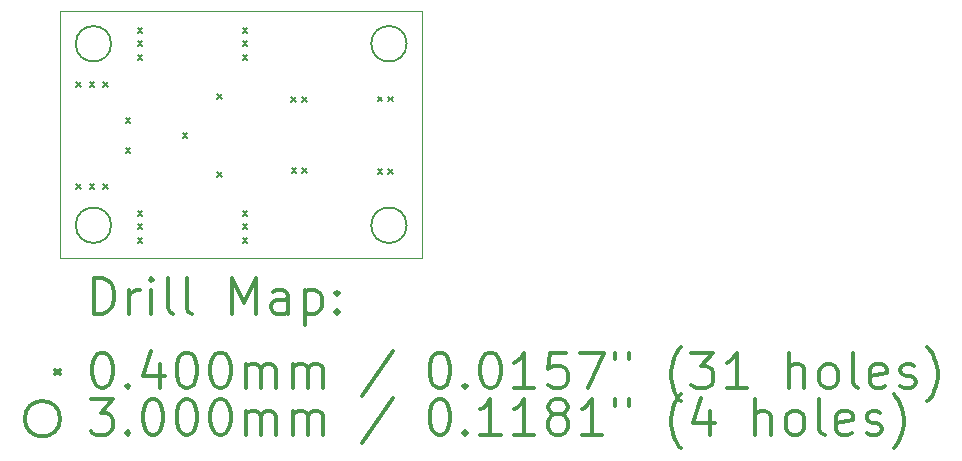
<source format=gbr>
%FSLAX45Y45*%
G04 Gerber Fmt 4.5, Leading zero omitted, Abs format (unit mm)*
G04 Created by KiCad (PCBNEW 5.1.10-88a1d61d58~88~ubuntu18.04.1) date 2021-09-27 18:21:13*
%MOMM*%
%LPD*%
G01*
G04 APERTURE LIST*
%TA.AperFunction,Profile*%
%ADD10C,0.050000*%
%TD*%
%ADD11C,0.200000*%
%ADD12C,0.300000*%
G04 APERTURE END LIST*
D10*
X10388600Y-4838700D02*
X7327900Y-4838700D01*
X10388600Y-6934200D02*
X10388600Y-4838700D01*
X7327900Y-6934200D02*
X10388600Y-6934200D01*
X7327900Y-4838700D02*
X7327900Y-6934200D01*
D11*
X7460300Y-5441000D02*
X7500300Y-5481000D01*
X7500300Y-5441000D02*
X7460300Y-5481000D01*
X7460300Y-6304600D02*
X7500300Y-6344600D01*
X7500300Y-6304600D02*
X7460300Y-6344600D01*
X7574600Y-5441000D02*
X7614600Y-5481000D01*
X7614600Y-5441000D02*
X7574600Y-5481000D01*
X7574600Y-6304600D02*
X7614600Y-6344600D01*
X7614600Y-6304600D02*
X7574600Y-6344600D01*
X7688900Y-5441000D02*
X7728900Y-5481000D01*
X7728900Y-5441000D02*
X7688900Y-5481000D01*
X7688900Y-6304600D02*
X7728900Y-6344600D01*
X7728900Y-6304600D02*
X7688900Y-6344600D01*
X7879400Y-5745800D02*
X7919400Y-5785800D01*
X7919400Y-5745800D02*
X7879400Y-5785800D01*
X7879400Y-5999800D02*
X7919400Y-6039800D01*
X7919400Y-5999800D02*
X7879400Y-6039800D01*
X7981000Y-4983800D02*
X8021000Y-5023800D01*
X8021000Y-4983800D02*
X7981000Y-5023800D01*
X7981000Y-5098100D02*
X8021000Y-5138100D01*
X8021000Y-5098100D02*
X7981000Y-5138100D01*
X7981000Y-5212400D02*
X8021000Y-5252400D01*
X8021000Y-5212400D02*
X7981000Y-5252400D01*
X7981000Y-6533200D02*
X8021000Y-6573200D01*
X8021000Y-6533200D02*
X7981000Y-6573200D01*
X7981000Y-6647500D02*
X8021000Y-6687500D01*
X8021000Y-6647500D02*
X7981000Y-6687500D01*
X7981000Y-6761800D02*
X8021000Y-6801800D01*
X8021000Y-6761800D02*
X7981000Y-6801800D01*
X8362000Y-5872800D02*
X8402000Y-5912800D01*
X8402000Y-5872800D02*
X8362000Y-5912800D01*
X8654100Y-5542600D02*
X8694100Y-5582600D01*
X8694100Y-5542600D02*
X8654100Y-5582600D01*
X8654100Y-6203000D02*
X8694100Y-6243000D01*
X8694100Y-6203000D02*
X8654100Y-6243000D01*
X8870000Y-4983800D02*
X8910000Y-5023800D01*
X8910000Y-4983800D02*
X8870000Y-5023800D01*
X8870000Y-5098100D02*
X8910000Y-5138100D01*
X8910000Y-5098100D02*
X8870000Y-5138100D01*
X8870000Y-5212400D02*
X8910000Y-5252400D01*
X8910000Y-5212400D02*
X8870000Y-5252400D01*
X8870000Y-6533200D02*
X8910000Y-6573200D01*
X8910000Y-6533200D02*
X8870000Y-6573200D01*
X8870000Y-6647500D02*
X8910000Y-6687500D01*
X8910000Y-6647500D02*
X8870000Y-6687500D01*
X8870000Y-6761800D02*
X8910000Y-6801800D01*
X8910000Y-6761800D02*
X8870000Y-6801800D01*
X9282750Y-5571810D02*
X9322750Y-5611810D01*
X9322750Y-5571810D02*
X9282750Y-5611810D01*
X9285290Y-6173790D02*
X9325290Y-6213790D01*
X9325290Y-6173790D02*
X9285290Y-6213790D01*
X9371650Y-5571810D02*
X9411650Y-5611810D01*
X9411650Y-5571810D02*
X9371650Y-5611810D01*
X9374190Y-6173790D02*
X9414190Y-6213790D01*
X9414190Y-6173790D02*
X9374190Y-6213790D01*
X10013000Y-5565460D02*
X10053000Y-5605460D01*
X10053000Y-5565460D02*
X10013000Y-5605460D01*
X10013000Y-6180140D02*
X10053000Y-6220140D01*
X10053000Y-6180140D02*
X10013000Y-6220140D01*
X10101900Y-5565460D02*
X10141900Y-5605460D01*
X10141900Y-5565460D02*
X10101900Y-5605460D01*
X10101900Y-6180140D02*
X10141900Y-6220140D01*
X10141900Y-6180140D02*
X10101900Y-6220140D01*
X7757300Y-5118100D02*
G75*
G03*
X7757300Y-5118100I-150000J0D01*
G01*
X7757300Y-6654800D02*
G75*
G03*
X7757300Y-6654800I-150000J0D01*
G01*
X10259200Y-5118100D02*
G75*
G03*
X10259200Y-5118100I-150000J0D01*
G01*
X10259200Y-6654800D02*
G75*
G03*
X10259200Y-6654800I-150000J0D01*
G01*
D12*
X7611828Y-7402414D02*
X7611828Y-7102414D01*
X7683257Y-7102414D01*
X7726114Y-7116700D01*
X7754686Y-7145271D01*
X7768971Y-7173843D01*
X7783257Y-7230986D01*
X7783257Y-7273843D01*
X7768971Y-7330986D01*
X7754686Y-7359557D01*
X7726114Y-7388129D01*
X7683257Y-7402414D01*
X7611828Y-7402414D01*
X7911828Y-7402414D02*
X7911828Y-7202414D01*
X7911828Y-7259557D02*
X7926114Y-7230986D01*
X7940400Y-7216700D01*
X7968971Y-7202414D01*
X7997543Y-7202414D01*
X8097543Y-7402414D02*
X8097543Y-7202414D01*
X8097543Y-7102414D02*
X8083257Y-7116700D01*
X8097543Y-7130986D01*
X8111828Y-7116700D01*
X8097543Y-7102414D01*
X8097543Y-7130986D01*
X8283257Y-7402414D02*
X8254686Y-7388129D01*
X8240400Y-7359557D01*
X8240400Y-7102414D01*
X8440400Y-7402414D02*
X8411828Y-7388129D01*
X8397543Y-7359557D01*
X8397543Y-7102414D01*
X8783257Y-7402414D02*
X8783257Y-7102414D01*
X8883257Y-7316700D01*
X8983257Y-7102414D01*
X8983257Y-7402414D01*
X9254686Y-7402414D02*
X9254686Y-7245271D01*
X9240400Y-7216700D01*
X9211828Y-7202414D01*
X9154686Y-7202414D01*
X9126114Y-7216700D01*
X9254686Y-7388129D02*
X9226114Y-7402414D01*
X9154686Y-7402414D01*
X9126114Y-7388129D01*
X9111828Y-7359557D01*
X9111828Y-7330986D01*
X9126114Y-7302414D01*
X9154686Y-7288129D01*
X9226114Y-7288129D01*
X9254686Y-7273843D01*
X9397543Y-7202414D02*
X9397543Y-7502414D01*
X9397543Y-7216700D02*
X9426114Y-7202414D01*
X9483257Y-7202414D01*
X9511828Y-7216700D01*
X9526114Y-7230986D01*
X9540400Y-7259557D01*
X9540400Y-7345271D01*
X9526114Y-7373843D01*
X9511828Y-7388129D01*
X9483257Y-7402414D01*
X9426114Y-7402414D01*
X9397543Y-7388129D01*
X9668971Y-7373843D02*
X9683257Y-7388129D01*
X9668971Y-7402414D01*
X9654686Y-7388129D01*
X9668971Y-7373843D01*
X9668971Y-7402414D01*
X9668971Y-7216700D02*
X9683257Y-7230986D01*
X9668971Y-7245271D01*
X9654686Y-7230986D01*
X9668971Y-7216700D01*
X9668971Y-7245271D01*
X7285400Y-7876700D02*
X7325400Y-7916700D01*
X7325400Y-7876700D02*
X7285400Y-7916700D01*
X7668971Y-7732414D02*
X7697543Y-7732414D01*
X7726114Y-7746700D01*
X7740400Y-7760986D01*
X7754686Y-7789557D01*
X7768971Y-7846700D01*
X7768971Y-7918129D01*
X7754686Y-7975271D01*
X7740400Y-8003843D01*
X7726114Y-8018129D01*
X7697543Y-8032414D01*
X7668971Y-8032414D01*
X7640400Y-8018129D01*
X7626114Y-8003843D01*
X7611828Y-7975271D01*
X7597543Y-7918129D01*
X7597543Y-7846700D01*
X7611828Y-7789557D01*
X7626114Y-7760986D01*
X7640400Y-7746700D01*
X7668971Y-7732414D01*
X7897543Y-8003843D02*
X7911828Y-8018129D01*
X7897543Y-8032414D01*
X7883257Y-8018129D01*
X7897543Y-8003843D01*
X7897543Y-8032414D01*
X8168971Y-7832414D02*
X8168971Y-8032414D01*
X8097543Y-7718129D02*
X8026114Y-7932414D01*
X8211828Y-7932414D01*
X8383257Y-7732414D02*
X8411828Y-7732414D01*
X8440400Y-7746700D01*
X8454686Y-7760986D01*
X8468971Y-7789557D01*
X8483257Y-7846700D01*
X8483257Y-7918129D01*
X8468971Y-7975271D01*
X8454686Y-8003843D01*
X8440400Y-8018129D01*
X8411828Y-8032414D01*
X8383257Y-8032414D01*
X8354686Y-8018129D01*
X8340400Y-8003843D01*
X8326114Y-7975271D01*
X8311828Y-7918129D01*
X8311828Y-7846700D01*
X8326114Y-7789557D01*
X8340400Y-7760986D01*
X8354686Y-7746700D01*
X8383257Y-7732414D01*
X8668971Y-7732414D02*
X8697543Y-7732414D01*
X8726114Y-7746700D01*
X8740400Y-7760986D01*
X8754686Y-7789557D01*
X8768971Y-7846700D01*
X8768971Y-7918129D01*
X8754686Y-7975271D01*
X8740400Y-8003843D01*
X8726114Y-8018129D01*
X8697543Y-8032414D01*
X8668971Y-8032414D01*
X8640400Y-8018129D01*
X8626114Y-8003843D01*
X8611828Y-7975271D01*
X8597543Y-7918129D01*
X8597543Y-7846700D01*
X8611828Y-7789557D01*
X8626114Y-7760986D01*
X8640400Y-7746700D01*
X8668971Y-7732414D01*
X8897543Y-8032414D02*
X8897543Y-7832414D01*
X8897543Y-7860986D02*
X8911828Y-7846700D01*
X8940400Y-7832414D01*
X8983257Y-7832414D01*
X9011828Y-7846700D01*
X9026114Y-7875271D01*
X9026114Y-8032414D01*
X9026114Y-7875271D02*
X9040400Y-7846700D01*
X9068971Y-7832414D01*
X9111828Y-7832414D01*
X9140400Y-7846700D01*
X9154686Y-7875271D01*
X9154686Y-8032414D01*
X9297543Y-8032414D02*
X9297543Y-7832414D01*
X9297543Y-7860986D02*
X9311828Y-7846700D01*
X9340400Y-7832414D01*
X9383257Y-7832414D01*
X9411828Y-7846700D01*
X9426114Y-7875271D01*
X9426114Y-8032414D01*
X9426114Y-7875271D02*
X9440400Y-7846700D01*
X9468971Y-7832414D01*
X9511828Y-7832414D01*
X9540400Y-7846700D01*
X9554686Y-7875271D01*
X9554686Y-8032414D01*
X10140400Y-7718129D02*
X9883257Y-8103843D01*
X10526114Y-7732414D02*
X10554686Y-7732414D01*
X10583257Y-7746700D01*
X10597543Y-7760986D01*
X10611828Y-7789557D01*
X10626114Y-7846700D01*
X10626114Y-7918129D01*
X10611828Y-7975271D01*
X10597543Y-8003843D01*
X10583257Y-8018129D01*
X10554686Y-8032414D01*
X10526114Y-8032414D01*
X10497543Y-8018129D01*
X10483257Y-8003843D01*
X10468971Y-7975271D01*
X10454686Y-7918129D01*
X10454686Y-7846700D01*
X10468971Y-7789557D01*
X10483257Y-7760986D01*
X10497543Y-7746700D01*
X10526114Y-7732414D01*
X10754686Y-8003843D02*
X10768971Y-8018129D01*
X10754686Y-8032414D01*
X10740400Y-8018129D01*
X10754686Y-8003843D01*
X10754686Y-8032414D01*
X10954686Y-7732414D02*
X10983257Y-7732414D01*
X11011828Y-7746700D01*
X11026114Y-7760986D01*
X11040400Y-7789557D01*
X11054686Y-7846700D01*
X11054686Y-7918129D01*
X11040400Y-7975271D01*
X11026114Y-8003843D01*
X11011828Y-8018129D01*
X10983257Y-8032414D01*
X10954686Y-8032414D01*
X10926114Y-8018129D01*
X10911828Y-8003843D01*
X10897543Y-7975271D01*
X10883257Y-7918129D01*
X10883257Y-7846700D01*
X10897543Y-7789557D01*
X10911828Y-7760986D01*
X10926114Y-7746700D01*
X10954686Y-7732414D01*
X11340400Y-8032414D02*
X11168971Y-8032414D01*
X11254686Y-8032414D02*
X11254686Y-7732414D01*
X11226114Y-7775271D01*
X11197543Y-7803843D01*
X11168971Y-7818129D01*
X11611828Y-7732414D02*
X11468971Y-7732414D01*
X11454686Y-7875271D01*
X11468971Y-7860986D01*
X11497543Y-7846700D01*
X11568971Y-7846700D01*
X11597543Y-7860986D01*
X11611828Y-7875271D01*
X11626114Y-7903843D01*
X11626114Y-7975271D01*
X11611828Y-8003843D01*
X11597543Y-8018129D01*
X11568971Y-8032414D01*
X11497543Y-8032414D01*
X11468971Y-8018129D01*
X11454686Y-8003843D01*
X11726114Y-7732414D02*
X11926114Y-7732414D01*
X11797543Y-8032414D01*
X12026114Y-7732414D02*
X12026114Y-7789557D01*
X12140400Y-7732414D02*
X12140400Y-7789557D01*
X12583257Y-8146700D02*
X12568971Y-8132414D01*
X12540400Y-8089557D01*
X12526114Y-8060986D01*
X12511828Y-8018129D01*
X12497543Y-7946700D01*
X12497543Y-7889557D01*
X12511828Y-7818129D01*
X12526114Y-7775271D01*
X12540400Y-7746700D01*
X12568971Y-7703843D01*
X12583257Y-7689557D01*
X12668971Y-7732414D02*
X12854686Y-7732414D01*
X12754686Y-7846700D01*
X12797543Y-7846700D01*
X12826114Y-7860986D01*
X12840400Y-7875271D01*
X12854686Y-7903843D01*
X12854686Y-7975271D01*
X12840400Y-8003843D01*
X12826114Y-8018129D01*
X12797543Y-8032414D01*
X12711828Y-8032414D01*
X12683257Y-8018129D01*
X12668971Y-8003843D01*
X13140400Y-8032414D02*
X12968971Y-8032414D01*
X13054686Y-8032414D02*
X13054686Y-7732414D01*
X13026114Y-7775271D01*
X12997543Y-7803843D01*
X12968971Y-7818129D01*
X13497543Y-8032414D02*
X13497543Y-7732414D01*
X13626114Y-8032414D02*
X13626114Y-7875271D01*
X13611828Y-7846700D01*
X13583257Y-7832414D01*
X13540400Y-7832414D01*
X13511828Y-7846700D01*
X13497543Y-7860986D01*
X13811828Y-8032414D02*
X13783257Y-8018129D01*
X13768971Y-8003843D01*
X13754686Y-7975271D01*
X13754686Y-7889557D01*
X13768971Y-7860986D01*
X13783257Y-7846700D01*
X13811828Y-7832414D01*
X13854686Y-7832414D01*
X13883257Y-7846700D01*
X13897543Y-7860986D01*
X13911828Y-7889557D01*
X13911828Y-7975271D01*
X13897543Y-8003843D01*
X13883257Y-8018129D01*
X13854686Y-8032414D01*
X13811828Y-8032414D01*
X14083257Y-8032414D02*
X14054686Y-8018129D01*
X14040400Y-7989557D01*
X14040400Y-7732414D01*
X14311828Y-8018129D02*
X14283257Y-8032414D01*
X14226114Y-8032414D01*
X14197543Y-8018129D01*
X14183257Y-7989557D01*
X14183257Y-7875271D01*
X14197543Y-7846700D01*
X14226114Y-7832414D01*
X14283257Y-7832414D01*
X14311828Y-7846700D01*
X14326114Y-7875271D01*
X14326114Y-7903843D01*
X14183257Y-7932414D01*
X14440400Y-8018129D02*
X14468971Y-8032414D01*
X14526114Y-8032414D01*
X14554686Y-8018129D01*
X14568971Y-7989557D01*
X14568971Y-7975271D01*
X14554686Y-7946700D01*
X14526114Y-7932414D01*
X14483257Y-7932414D01*
X14454686Y-7918129D01*
X14440400Y-7889557D01*
X14440400Y-7875271D01*
X14454686Y-7846700D01*
X14483257Y-7832414D01*
X14526114Y-7832414D01*
X14554686Y-7846700D01*
X14668971Y-8146700D02*
X14683257Y-8132414D01*
X14711828Y-8089557D01*
X14726114Y-8060986D01*
X14740400Y-8018129D01*
X14754686Y-7946700D01*
X14754686Y-7889557D01*
X14740400Y-7818129D01*
X14726114Y-7775271D01*
X14711828Y-7746700D01*
X14683257Y-7703843D01*
X14668971Y-7689557D01*
X7325400Y-8292700D02*
G75*
G03*
X7325400Y-8292700I-150000J0D01*
G01*
X7583257Y-8128414D02*
X7768971Y-8128414D01*
X7668971Y-8242700D01*
X7711828Y-8242700D01*
X7740400Y-8256986D01*
X7754686Y-8271271D01*
X7768971Y-8299843D01*
X7768971Y-8371271D01*
X7754686Y-8399843D01*
X7740400Y-8414129D01*
X7711828Y-8428414D01*
X7626114Y-8428414D01*
X7597543Y-8414129D01*
X7583257Y-8399843D01*
X7897543Y-8399843D02*
X7911828Y-8414129D01*
X7897543Y-8428414D01*
X7883257Y-8414129D01*
X7897543Y-8399843D01*
X7897543Y-8428414D01*
X8097543Y-8128414D02*
X8126114Y-8128414D01*
X8154686Y-8142700D01*
X8168971Y-8156986D01*
X8183257Y-8185557D01*
X8197543Y-8242700D01*
X8197543Y-8314129D01*
X8183257Y-8371271D01*
X8168971Y-8399843D01*
X8154686Y-8414129D01*
X8126114Y-8428414D01*
X8097543Y-8428414D01*
X8068971Y-8414129D01*
X8054686Y-8399843D01*
X8040400Y-8371271D01*
X8026114Y-8314129D01*
X8026114Y-8242700D01*
X8040400Y-8185557D01*
X8054686Y-8156986D01*
X8068971Y-8142700D01*
X8097543Y-8128414D01*
X8383257Y-8128414D02*
X8411828Y-8128414D01*
X8440400Y-8142700D01*
X8454686Y-8156986D01*
X8468971Y-8185557D01*
X8483257Y-8242700D01*
X8483257Y-8314129D01*
X8468971Y-8371271D01*
X8454686Y-8399843D01*
X8440400Y-8414129D01*
X8411828Y-8428414D01*
X8383257Y-8428414D01*
X8354686Y-8414129D01*
X8340400Y-8399843D01*
X8326114Y-8371271D01*
X8311828Y-8314129D01*
X8311828Y-8242700D01*
X8326114Y-8185557D01*
X8340400Y-8156986D01*
X8354686Y-8142700D01*
X8383257Y-8128414D01*
X8668971Y-8128414D02*
X8697543Y-8128414D01*
X8726114Y-8142700D01*
X8740400Y-8156986D01*
X8754686Y-8185557D01*
X8768971Y-8242700D01*
X8768971Y-8314129D01*
X8754686Y-8371271D01*
X8740400Y-8399843D01*
X8726114Y-8414129D01*
X8697543Y-8428414D01*
X8668971Y-8428414D01*
X8640400Y-8414129D01*
X8626114Y-8399843D01*
X8611828Y-8371271D01*
X8597543Y-8314129D01*
X8597543Y-8242700D01*
X8611828Y-8185557D01*
X8626114Y-8156986D01*
X8640400Y-8142700D01*
X8668971Y-8128414D01*
X8897543Y-8428414D02*
X8897543Y-8228414D01*
X8897543Y-8256986D02*
X8911828Y-8242700D01*
X8940400Y-8228414D01*
X8983257Y-8228414D01*
X9011828Y-8242700D01*
X9026114Y-8271271D01*
X9026114Y-8428414D01*
X9026114Y-8271271D02*
X9040400Y-8242700D01*
X9068971Y-8228414D01*
X9111828Y-8228414D01*
X9140400Y-8242700D01*
X9154686Y-8271271D01*
X9154686Y-8428414D01*
X9297543Y-8428414D02*
X9297543Y-8228414D01*
X9297543Y-8256986D02*
X9311828Y-8242700D01*
X9340400Y-8228414D01*
X9383257Y-8228414D01*
X9411828Y-8242700D01*
X9426114Y-8271271D01*
X9426114Y-8428414D01*
X9426114Y-8271271D02*
X9440400Y-8242700D01*
X9468971Y-8228414D01*
X9511828Y-8228414D01*
X9540400Y-8242700D01*
X9554686Y-8271271D01*
X9554686Y-8428414D01*
X10140400Y-8114129D02*
X9883257Y-8499843D01*
X10526114Y-8128414D02*
X10554686Y-8128414D01*
X10583257Y-8142700D01*
X10597543Y-8156986D01*
X10611828Y-8185557D01*
X10626114Y-8242700D01*
X10626114Y-8314129D01*
X10611828Y-8371271D01*
X10597543Y-8399843D01*
X10583257Y-8414129D01*
X10554686Y-8428414D01*
X10526114Y-8428414D01*
X10497543Y-8414129D01*
X10483257Y-8399843D01*
X10468971Y-8371271D01*
X10454686Y-8314129D01*
X10454686Y-8242700D01*
X10468971Y-8185557D01*
X10483257Y-8156986D01*
X10497543Y-8142700D01*
X10526114Y-8128414D01*
X10754686Y-8399843D02*
X10768971Y-8414129D01*
X10754686Y-8428414D01*
X10740400Y-8414129D01*
X10754686Y-8399843D01*
X10754686Y-8428414D01*
X11054686Y-8428414D02*
X10883257Y-8428414D01*
X10968971Y-8428414D02*
X10968971Y-8128414D01*
X10940400Y-8171271D01*
X10911828Y-8199843D01*
X10883257Y-8214129D01*
X11340400Y-8428414D02*
X11168971Y-8428414D01*
X11254686Y-8428414D02*
X11254686Y-8128414D01*
X11226114Y-8171271D01*
X11197543Y-8199843D01*
X11168971Y-8214129D01*
X11511828Y-8256986D02*
X11483257Y-8242700D01*
X11468971Y-8228414D01*
X11454686Y-8199843D01*
X11454686Y-8185557D01*
X11468971Y-8156986D01*
X11483257Y-8142700D01*
X11511828Y-8128414D01*
X11568971Y-8128414D01*
X11597543Y-8142700D01*
X11611828Y-8156986D01*
X11626114Y-8185557D01*
X11626114Y-8199843D01*
X11611828Y-8228414D01*
X11597543Y-8242700D01*
X11568971Y-8256986D01*
X11511828Y-8256986D01*
X11483257Y-8271271D01*
X11468971Y-8285557D01*
X11454686Y-8314129D01*
X11454686Y-8371271D01*
X11468971Y-8399843D01*
X11483257Y-8414129D01*
X11511828Y-8428414D01*
X11568971Y-8428414D01*
X11597543Y-8414129D01*
X11611828Y-8399843D01*
X11626114Y-8371271D01*
X11626114Y-8314129D01*
X11611828Y-8285557D01*
X11597543Y-8271271D01*
X11568971Y-8256986D01*
X11911828Y-8428414D02*
X11740400Y-8428414D01*
X11826114Y-8428414D02*
X11826114Y-8128414D01*
X11797543Y-8171271D01*
X11768971Y-8199843D01*
X11740400Y-8214129D01*
X12026114Y-8128414D02*
X12026114Y-8185557D01*
X12140400Y-8128414D02*
X12140400Y-8185557D01*
X12583257Y-8542700D02*
X12568971Y-8528414D01*
X12540400Y-8485557D01*
X12526114Y-8456986D01*
X12511828Y-8414129D01*
X12497543Y-8342700D01*
X12497543Y-8285557D01*
X12511828Y-8214129D01*
X12526114Y-8171271D01*
X12540400Y-8142700D01*
X12568971Y-8099843D01*
X12583257Y-8085557D01*
X12826114Y-8228414D02*
X12826114Y-8428414D01*
X12754686Y-8114129D02*
X12683257Y-8328414D01*
X12868971Y-8328414D01*
X13211828Y-8428414D02*
X13211828Y-8128414D01*
X13340400Y-8428414D02*
X13340400Y-8271271D01*
X13326114Y-8242700D01*
X13297543Y-8228414D01*
X13254686Y-8228414D01*
X13226114Y-8242700D01*
X13211828Y-8256986D01*
X13526114Y-8428414D02*
X13497543Y-8414129D01*
X13483257Y-8399843D01*
X13468971Y-8371271D01*
X13468971Y-8285557D01*
X13483257Y-8256986D01*
X13497543Y-8242700D01*
X13526114Y-8228414D01*
X13568971Y-8228414D01*
X13597543Y-8242700D01*
X13611828Y-8256986D01*
X13626114Y-8285557D01*
X13626114Y-8371271D01*
X13611828Y-8399843D01*
X13597543Y-8414129D01*
X13568971Y-8428414D01*
X13526114Y-8428414D01*
X13797543Y-8428414D02*
X13768971Y-8414129D01*
X13754686Y-8385557D01*
X13754686Y-8128414D01*
X14026114Y-8414129D02*
X13997543Y-8428414D01*
X13940400Y-8428414D01*
X13911828Y-8414129D01*
X13897543Y-8385557D01*
X13897543Y-8271271D01*
X13911828Y-8242700D01*
X13940400Y-8228414D01*
X13997543Y-8228414D01*
X14026114Y-8242700D01*
X14040400Y-8271271D01*
X14040400Y-8299843D01*
X13897543Y-8328414D01*
X14154686Y-8414129D02*
X14183257Y-8428414D01*
X14240400Y-8428414D01*
X14268971Y-8414129D01*
X14283257Y-8385557D01*
X14283257Y-8371271D01*
X14268971Y-8342700D01*
X14240400Y-8328414D01*
X14197543Y-8328414D01*
X14168971Y-8314129D01*
X14154686Y-8285557D01*
X14154686Y-8271271D01*
X14168971Y-8242700D01*
X14197543Y-8228414D01*
X14240400Y-8228414D01*
X14268971Y-8242700D01*
X14383257Y-8542700D02*
X14397543Y-8528414D01*
X14426114Y-8485557D01*
X14440400Y-8456986D01*
X14454686Y-8414129D01*
X14468971Y-8342700D01*
X14468971Y-8285557D01*
X14454686Y-8214129D01*
X14440400Y-8171271D01*
X14426114Y-8142700D01*
X14397543Y-8099843D01*
X14383257Y-8085557D01*
M02*

</source>
